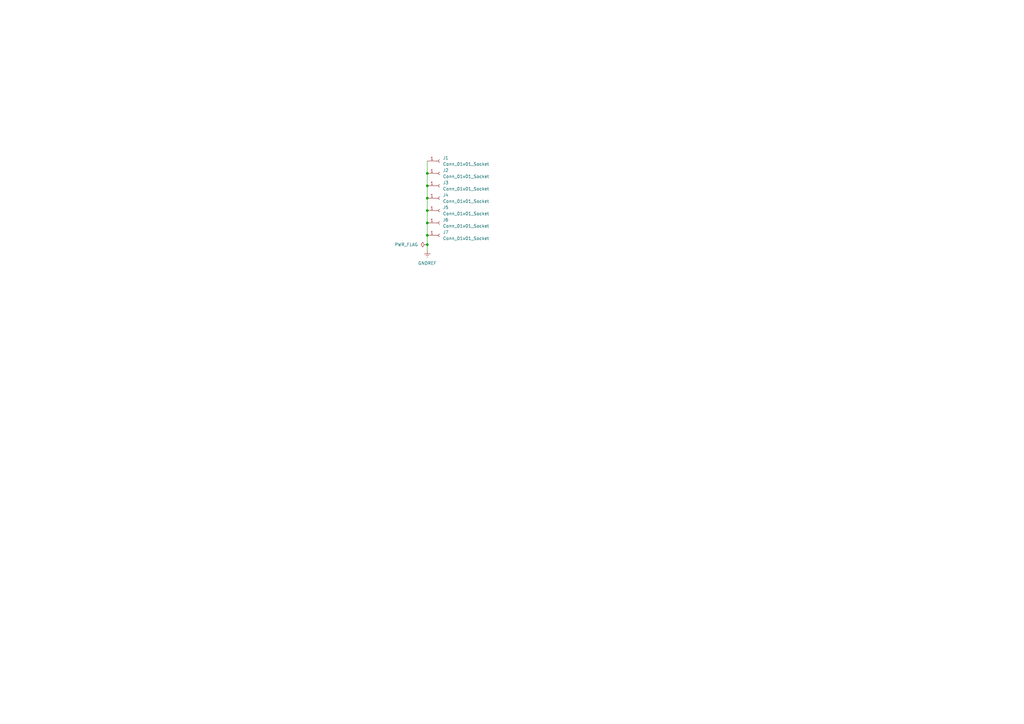
<source format=kicad_sch>
(kicad_sch (version 20250114) (generator "eeschema") (generator_version "9.0")
  (paper "A3")
  (lib_symbols
    (symbol "Connector:Conn_01x01_Socket" (pin_names (offset 1.016) (hide yes))
      (property "Reference" "J" (at 0 2.54 0))
      (property "Value" "Conn_01x01_Socket" (at 0 -2.54 0))
      (symbol "Conn_01x01_Socket_1_1"
        (polyline (pts (xy -1.27 0) (xy -0.508 0)) (stroke (width 0.1524)))
        (arc (start 0 -0.508) (mid -0.5058 0) (end 0 0.508) (stroke (width 0.1524)))
        (pin passive line (at -5.08 0 0) (length 3.81) (name "Pin_1") (number "1"))
      )
    )
    (symbol "power:GNDREF" (power) (pin_numbers (hide yes)) (pin_names (offset 0) (hide yes))
      (property "Value" "GNDREF" (at 0 -3.81 0))
      (symbol "GNDREF_0_1"
        (polyline (pts (xy -0.635 -1.905) (xy 0.635 -1.905)))
        (polyline (pts (xy -0.127 -2.54) (xy 0.127 -2.54)))
        (polyline (pts (xy 0 -1.27) (xy 0 0)))
        (polyline (pts (xy 1.27 -1.27) (xy -1.27 -1.27)))
      )
      (symbol "GNDREF_1_1"
        (pin power_in line (at 0 0 270) (length 0) (name "~") (number "1"))
      )
    )
    (symbol "power:PWR_FLAG" (power) (pin_numbers (hide yes)) (pin_names (offset 0) (hide yes))
      (property "Value" "PWR_FLAG" (at 0 3.81 0))
      (symbol "PWR_FLAG_0_0"
        (pin power_out line (at 0 0 90) (length 0) (name "~") (number "1"))
      )
      (symbol "PWR_FLAG_0_1"
        (polyline (pts (xy 0 0) (xy 0 1.27) (xy -1.016 1.905) (xy 0 2.54) (xy 1.016 1.905) (xy 0 1.27)))
      )
    )
  )
  (junction (at 175.26 81.28))
  (junction (at 175.26 71.12))
  (junction (at 175.26 91.44))
  (junction (at 175.26 96.52))
  (junction (at 175.26 76.2))
  (junction (at 175.26 100.33))
  (junction (at 175.26 86.36))
  (wire (pts (xy 175.26 66.04) (xy 175.26 71.12)))
  (wire (pts (xy 175.26 91.44) (xy 175.26 96.52)))
  (wire (pts (xy 175.26 81.28) (xy 175.26 86.36)))
  (wire (pts (xy 175.26 102.87) (xy 175.26 100.33)))
  (wire (pts (xy 175.26 76.2) (xy 175.26 81.28)))
  (wire (pts (xy 175.26 71.12) (xy 175.26 76.2)))
  (wire (pts (xy 175.26 100.33) (xy 175.26 96.52)))
  (wire (pts (xy 175.26 86.36) (xy 175.26 91.44)))
  (symbol (lib_id "Connector:Conn_01x01_Socket") (at 180.34 66.04 0) (unit 1)
    (property "Reference" "J1" (at 181.61 64.7699 0) (effects (justify left)))
    (property "Value" "Conn_01x01_Socket" (at 181.61 67.3099 0) (effects (justify left)))
    (property "Footprint" "synth-gfx:jack-input" (effects (hide yes)))
    (property "Description" "Generic connector, single row, 01x01, script generated" (effects (hide yes)))
  )
  (symbol (lib_id "Connector:Conn_01x01_Socket") (at 180.34 96.52 0) (unit 1)
    (property "Reference" "J7" (at 181.61 95.2499 0) (effects (justify left)))
    (property "Value" "Conn_01x01_Socket" (at 181.61 97.7899 0) (effects (justify left)))
    (property "Footprint" "synth-gfx:jack-output" (effects (hide yes)))
    (property "Description" "Generic connector, single row, 01x01, script generated" (effects (hide yes)))
  )
  (symbol (lib_id "Connector:Conn_01x01_Socket") (at 180.34 86.36 0) (unit 1)
    (property "Reference" "J5" (at 181.61 85.0899 0) (effects (justify left)))
    (property "Value" "Conn_01x01_Socket" (at 181.61 87.6299 0) (effects (justify left)))
    (property "Footprint" "synth-gfx:jack-output" (effects (hide yes)))
    (property "Description" "Generic connector, single row, 01x01, script generated" (effects (hide yes)))
  )
  (symbol (lib_id "Connector:Conn_01x01_Socket") (at 180.34 81.28 0) (unit 1)
    (property "Reference" "J4" (at 181.61 80.0099 0) (effects (justify left)))
    (property "Value" "Conn_01x01_Socket" (at 181.61 82.5499 0) (effects (justify left)))
    (property "Footprint" "synth-gfx:jack-input" (effects (hide yes)))
    (property "Description" "Generic connector, single row, 01x01, script generated" (effects (hide yes)))
  )
  (symbol (lib_id "Connector:Conn_01x01_Socket") (at 180.34 71.12 0) (unit 1)
    (property "Reference" "J2" (at 181.61 69.8499 0) (effects (justify left)))
    (property "Value" "Conn_01x01_Socket" (at 181.61 72.3899 0) (effects (justify left)))
    (property "Footprint" "synth-gfx:jack-input" (effects (hide yes)))
    (property "Description" "Generic connector, single row, 01x01, script generated" (effects (hide yes)))
  )
  (symbol (lib_id "power:PWR_FLAG") (at 175.26 100.33 90) (unit 1)
    (property "Reference" "#FLG01" (effects (hide yes)))
    (property "Value" "PWR_FLAG" (at 171.45 100.3299 90) (effects (justify left)))
    (property "Description" "Special symbol for telling ERC where power comes from" (effects (hide yes)))
  )
  (symbol (lib_id "Connector:Conn_01x01_Socket") (at 180.34 91.44 0) (unit 1)
    (property "Reference" "J6" (at 181.61 90.1699 0) (effects (justify left)))
    (property "Value" "Conn_01x01_Socket" (at 181.61 92.7099 0) (effects (justify left)))
    (property "Footprint" "synth-gfx:jack-output" (effects (hide yes)))
    (property "Description" "Generic connector, single row, 01x01, script generated" (effects (hide yes)))
  )
  (symbol (lib_id "Connector:Conn_01x01_Socket") (at 180.34 76.2 0) (unit 1)
    (property "Reference" "J3" (at 181.61 74.9299 0) (effects (justify left)))
    (property "Value" "Conn_01x01_Socket" (at 181.61 77.4699 0) (effects (justify left)))
    (property "Footprint" "synth-gfx:jack-input" (effects (hide yes)))
    (property "Description" "Generic connector, single row, 01x01, script generated" (effects (hide yes)))
  )
  (symbol (lib_id "power:GNDREF") (at 175.26 102.87 0) (unit 1)
    (property "Reference" "#PWR01" (effects (hide yes)))
    (property "Value" "GNDREF" (at 175.26 107.95 0))
    (property "Description" "Power symbol creates a global label with name \"GNDREF\" , reference supply ground" (effects (hide yes)))
  )
)
</source>
